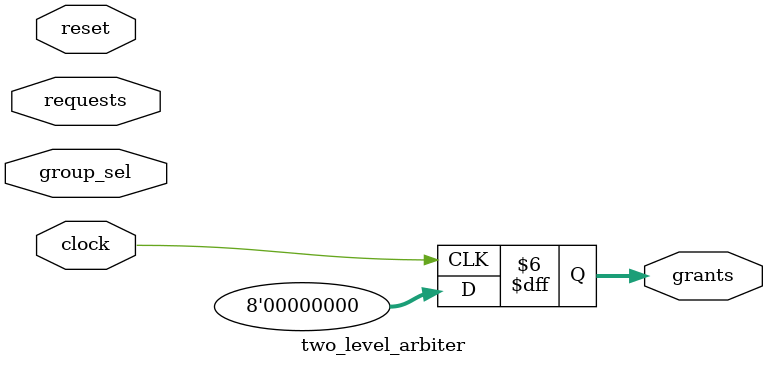
<source format=sv>
module two_level_arbiter(
  input clock, reset,
  input [1:0] group_sel,
  input [7:0] requests,
  output reg [7:0] grants
);
  wire [1:0] group_reqs;
  wire [1:0] group_grants;
  
  assign group_reqs[0] = |requests[3:0];
  assign group_reqs[1] = |requests[7:4];
  
  // Level 1: Group arbitration
  // Level 2: Within-group arbitration
  always @(posedge clock) begin
    if (reset) grants <= 8'b0;
    else begin
      grants <= 8'b0;
      // Two-level arbitration logic would be here
    end
  end
endmodule
</source>
